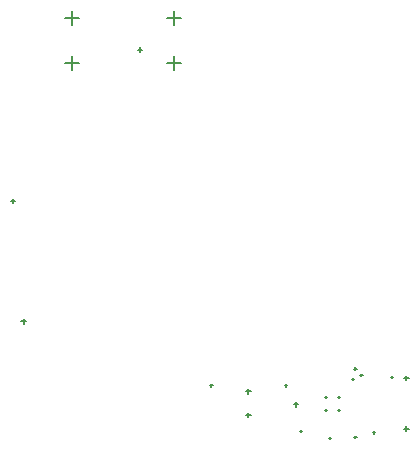
<source format=gbr>
G04*
G04 #@! TF.GenerationSoftware,Altium Limited,Altium Designer,23.10.1 (27)*
G04*
G04 Layer_Color=128*
%FSLAX44Y44*%
%MOMM*%
G71*
G04*
G04 #@! TF.SameCoordinates,EE71AB0A-04B5-4847-A965-A32D4C1E190E*
G04*
G04*
G04 #@! TF.FilePolarity,Positive*
G04*
G01*
G75*
%ADD60C,0.1270*%
D60*
X2030500Y322200D02*
X2042500D01*
X2036500Y316200D02*
Y328200D01*
X2030500Y360200D02*
X2042500D01*
X2036500Y354200D02*
Y366200D01*
X2116900Y322200D02*
X2128900D01*
X2122900Y316200D02*
Y328200D01*
X2116900Y360200D02*
X2128900D01*
X2122900Y354200D02*
Y366200D01*
X1984500Y205400D02*
X1988500D01*
X1986500Y203400D02*
Y207400D01*
X1993600Y103700D02*
X1997600D01*
X1995600Y101700D02*
Y105700D01*
X2183800Y44260D02*
X2187800D01*
X2185800Y42260D02*
Y46260D01*
X2280370Y58249D02*
X2282370D01*
X2281370Y57249D02*
Y59249D01*
X2229400Y10600D02*
X2231400D01*
X2230400Y9600D02*
Y11600D01*
X2183700Y24200D02*
X2187700D01*
X2185700Y22200D02*
Y26200D01*
X2216410Y49220D02*
X2218410D01*
X2217410Y48220D02*
Y50220D01*
X2153410Y49220D02*
X2155410D01*
X2154410Y48220D02*
Y50220D01*
X2224100Y33300D02*
X2228100D01*
X2226100Y31300D02*
Y35300D01*
X2092000Y333500D02*
X2096000D01*
X2094000Y331500D02*
Y335500D01*
X2275300Y63500D02*
X2277300D01*
X2276300Y62500D02*
Y64500D01*
X2317300Y55500D02*
X2321300D01*
X2319300Y53500D02*
Y57500D01*
X2306300Y56500D02*
X2308300D01*
X2307300Y55500D02*
Y57500D01*
X2273300Y54500D02*
X2275300D01*
X2274300Y53500D02*
Y55500D01*
X2317245Y12500D02*
X2321355D01*
X2319300Y10445D02*
Y14555D01*
X2291300Y9500D02*
X2293300D01*
X2292300Y8500D02*
Y10500D01*
X2275300Y5500D02*
X2277300D01*
X2276300Y4500D02*
Y6500D01*
X2253800Y4500D02*
X2255800D01*
X2254800Y3500D02*
Y5500D01*
X2250530Y28530D02*
X2252530D01*
X2251530Y27530D02*
Y29530D01*
X2250530Y39530D02*
X2252530D01*
X2251530Y38530D02*
Y40530D01*
X2261530Y28530D02*
X2263530D01*
X2262530Y27530D02*
Y29530D01*
X2261530Y39530D02*
X2263530D01*
X2262530Y38530D02*
Y40530D01*
M02*

</source>
